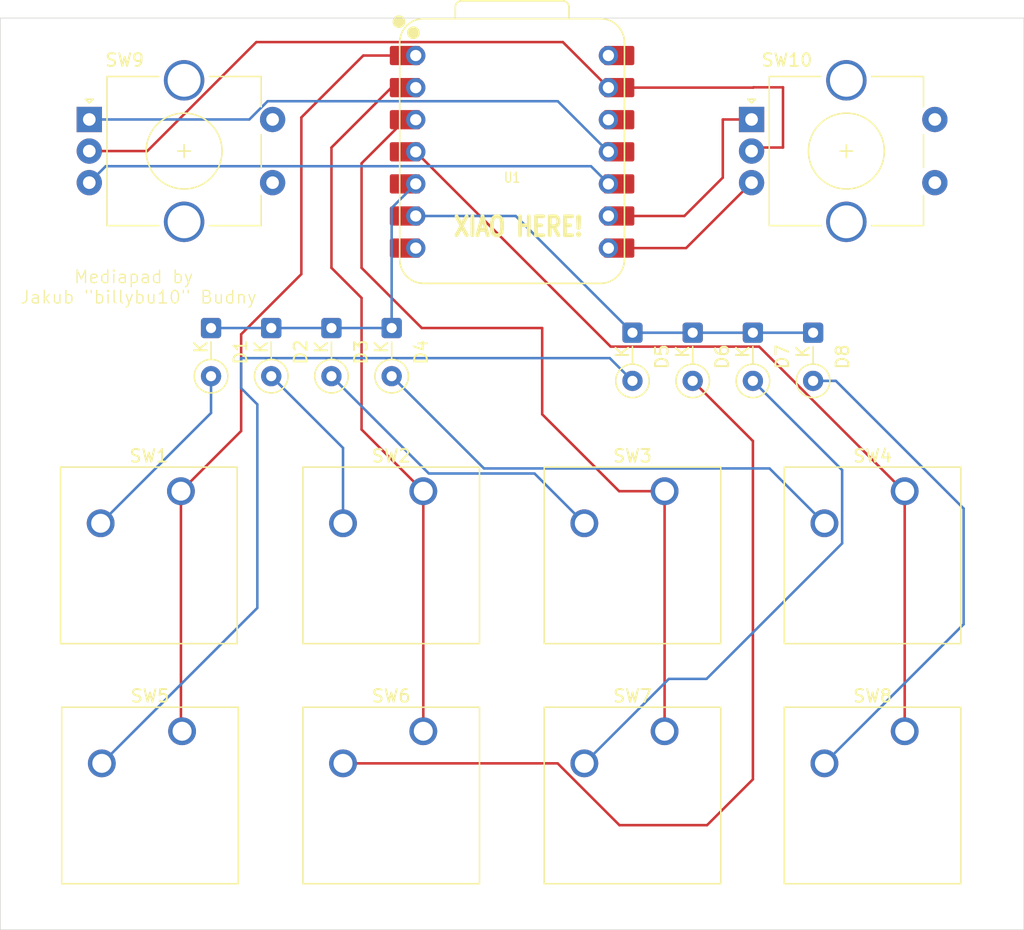
<source format=kicad_pcb>
(kicad_pcb (version 20241229) (generator "pcbnew") (generator_version "9.0")
  (layers (0 "F.Cu" signal) (2 "B.Cu" signal) (13 "F.Paste" user) (15 "B.Paste" user) (5 "F.SilkS" user "F.Silkscreen") (7 "B.SilkS" user "B.Silkscreen") (1 "F.Mask" user) (3 "B.Mask" user) (25 "Edge.Cuts" user))
  (net 0 "")
  (net 1 "Net-(D1-A)")
  (net 2 "ROW0")
  (net 3 "Net-(D2-A)")
  (net 4 "Net-(D3-A)")
  (net 5 "Net-(D4-A)")
  (net 6 "ROW1")
  (net 7 "Net-(D5-A)")
  (net 8 "Net-(D6-A)")
  (net 9 "Net-(D7-A)")
  (net 10 "Net-(D8-A)")
  (net 11 "COL0")
  (net 12 "COL1")
  (net 13 "COL2")
  (net 14 "COL3")
  (net 15 "EC11A0")
  (net 17 "GND")
  (net 19 "EC11B0")
  (net 22 "EC11B1")
  (net 23 "EC11A1")
  (net 24 "+5V")
  (footprint "Button_Switch_Keyboard:SW_Cherry_MX_1.00u_PCB" (layer "F.Cu") (at 131.1275 81.92)
    (property "Reference" "SW7" (at -2.54 -2.794 0) (layer "F.SilkS"))
    (property "Value" "~")
    (fp_line (start -9.525 -1.905) (end 4.445 -1.905) (stroke (width 0.12)) (layer "F.SilkS"))
    (fp_line (start -9.525 12.065) (end -9.525 -1.905) (stroke (width 0.12)) (layer "F.SilkS"))
    (fp_line (start 4.445 -1.905) (end 4.445 12.065) (stroke (width 0.12)) (layer "F.SilkS"))
    (fp_line (start 4.445 12.065) (end -9.525 12.065) (stroke (width 0.12)) (layer "F.SilkS"))
    (pad "" np_thru_hole circle (at -7.62 5.08) (size 1.7 1.7) (drill 1.7) (layers "*.Cu" "*.Mask"))
    (pad "" np_thru_hole circle (at -2.54 5.08) (size 4 4) (drill 4) (layers "*.Cu" "*.Mask"))
    (pad "" np_thru_hole circle (at 2.54 5.08) (size 1.7 1.7) (drill 1.7) (layers "*.Cu" "*.Mask"))
    (pad "1" thru_hole circle (at 0 0) (size 2.2 2.2) (drill 1.5) (layers "*.Cu" "*.Mask") (net 13 "COL2"))
    (pad "2" thru_hole circle (at -6.35 2.54) (size 2.2 2.2) (drill 1.5) (layers "*.Cu" "*.Mask") (net 9 "Net-(D7-A)"))
  )
  (footprint "OPL:XIAO-RP2040-DIP" (layer "F.Cu") (at 119.0625 36.0585)
    (property "Reference" "U1" (at 0 2.0415 0) (layer "F.SilkS") (effects (font (size 0.8 0.635) (thickness 0.1016))))
    (property "Value" "XIAO-RP2040-DIP")
    (fp_line (start -8.89 8.509) (end -8.89 -8.636) (stroke (width 0.127)) (layer "F.SilkS"))
    (fp_line (start -6.985 10.414) (end 6.985 10.414) (stroke (width 0.127)) (layer "F.SilkS"))
    (fp_line (start -4.495 -10.541) (end -4.491272 -11.451272) (stroke (width 0.127)) (layer "F.SilkS"))
    (fp_line (start -3.991272 -11.951) (end 4.004 -11.951) (stroke (width 0.127)) (layer "F.SilkS"))
    (fp_line (start 4.504 -11.451) (end 4.504 -10.541) (stroke (width 0.127)) (layer "F.SilkS"))
    (fp_line (start 6.985 -10.541) (end -6.985 -10.541) (stroke (width 0.1)) (layer "F.SilkS"))
    (fp_line (start 6.985 -10.541) (end -6.985 -10.541) (stroke (width 0.127)) (layer "F.SilkS"))
    (fp_line (start 8.89 8.509) (end 8.89 -8.636) (stroke (width 0.127)) (layer "F.SilkS"))
    (fp_arc (start -8.89 -8.636) (mid -8.332038 -9.983038) (end -6.985 -10.541) (stroke (width 0.127)) (layer "F.SilkS"))
    (fp_arc (start -6.985 10.414) (mid -8.332038 9.856038) (end -8.89 8.509) (stroke (width 0.127)) (layer "F.SilkS"))
    (fp_arc (start -4.491272 -11.451272) (mid -4.344728 -11.80464) (end -3.991272 -11.951) (stroke (width 0.127)) (layer "F.SilkS"))
    (fp_arc (start 4.004 -11.951) (mid 4.357553 -11.804553) (end 4.504 -11.451) (stroke (width 0.127)) (layer "F.SilkS"))
    (fp_arc (start 6.985 -10.541) (mid 8.332038 -9.983038) (end 8.89 -8.636) (stroke (width 0.127)) (layer "F.SilkS"))
    (fp_arc (start 8.89 8.509) (mid 8.332038 9.856038) (end 6.985 10.414) (stroke (width 0.127)) (layer "F.SilkS"))
    (fp_circle (center -8.95 -10.3) (end -8.95 -10.554) (stroke (width 0.5)) (fill yes) (layer "F.SilkS"))
    (fp_circle (center -7.807 -9.42) (end -7.807 -9.674) (stroke (width 0.5)) (fill yes) (layer "F.SilkS"))
    (pad "1" smd roundrect (at -8.455 -7.62 180) (size 2.432 1.524) (layers "F.Cu" "F.Mask") (roundrect_rratio 0.1) (net 11 "COL0"))
    (pad "1" thru_hole circle (at -7.62 -7.62 180) (size 1.524 1.524) (drill 0.889) (layers "*.Cu" "*.Mask") (net 11 "COL0"))
    (pad "2" smd roundrect (at -8.455 -5.08 180) (size 2.432 1.524) (layers "F.Cu" "F.Mask") (roundrect_rratio 0.1) (net 12 "COL1"))
    (pad "2" thru_hole circle (at -7.62 -5.08 180) (size 1.524 1.524) (drill 0.889) (layers "*.Cu" "*.Mask") (net 12 "COL1"))
    (pad "3" smd roundrect (at -8.455 -2.54 180) (size 2.432 1.524) (layers "F.Cu" "F.Mask") (roundrect_rratio 0.1) (net 13 "COL2"))
    (pad "3" thru_hole circle (at -7.62 -2.54 180) (size 1.524 1.524) (drill 0.889) (layers "*.Cu" "*.Mask") (net 13 "COL2"))
    (pad "4" smd roundrect (at -8.455 0 180) (size 2.432 1.524) (layers "F.Cu" "F.Mask") (roundrect_rratio 0.1) (net 14 "COL3"))
    (pad "4" thru_hole circle (at -7.62 0 180) (size 1.524 1.524) (drill 0.889) (layers "*.Cu" "*.Mask") (net 14 "COL3"))
    (pad "5" smd roundrect (at -8.455 2.54 180) (size 2.432 1.524) (layers "F.Cu" "F.Mask") (roundrect_rratio 0.1) (net 2 "ROW0"))
    (pad "5" thru_hole circle (at -7.62 2.54 180) (size 1.524 1.524) (drill 0.889) (layers "*.Cu" "*.Mask") (net 2 "ROW0"))
    (pad "6" smd roundrect (at -8.455 5.08 180) (size 2.432 1.524) (layers "F.Cu" "F.Mask") (roundrect_rratio 0.1) (net 6 "ROW1"))
    (pad "6" thru_hole circle (at -7.62 5.08 180) (size 1.524 1.524) (drill 0.889) (layers "*.Cu" "*.Mask") (net 6 "ROW1"))
    (pad "7" smd roundrect (at -8.455 7.62 180) (size 2.432 1.524) (layers "F.Cu" "F.Mask") (roundrect_rratio 0.1))
    (pad "7" thru_hole circle (at -7.62 7.62 180) (size 1.524 1.524) (drill 0.889) (layers "*.Cu" "*.Mask"))
    (pad "8" thru_hole circle (at 7.62 7.62) (size 1.524 1.524) (drill 0.889) (layers "*.Cu" "*.Mask") (net 22 "EC11B1"))
    (pad "8" smd roundrect (at 8.455 7.62) (size 2.432 1.524) (layers "F.Cu" "F.Mask") (roundrect_rratio 0.1) (net 22 "EC11B1"))
    (pad "9" thru_hole circle (at 7.62 5.08) (size 1.524 1.524) (drill 0.889) (layers "*.Cu" "*.Mask") (net 23 "EC11A1"))
    (pad "9" smd roundrect (at 8.455 5.08) (size 2.432 1.524) (layers "F.Cu" "F.Mask") (roundrect_rratio 0.1) (net 23 "EC11A1"))
    (pad "10" thru_hole circle (at 7.62 2.54) (size 1.524 1.524) (drill 0.889) (layers "*.Cu" "*.Mask") (net 19 "EC11B0"))
    (pad "10" smd roundrect (at 8.455 2.54) (size 2.432 1.524) (layers "F.Cu" "F.Mask") (roundrect_rratio 0.1) (net 19 "EC11B0"))
    (pad "11" thru_hole circle (at 7.62 0) (size 1.524 1.524) (drill 0.889) (layers "*.Cu" "*.Mask") (net 15 "EC11A0"))
    (pad "11" smd roundrect (at 8.455 0) (size 2.432 1.524) (layers "F.Cu" "F.Mask") (roundrect_rratio 0.1) (net 15 "EC11A0"))
    (pad "12" thru_hole circle (at 7.62 -2.54) (size 1.524 1.524) (drill 0.889) (layers "*.Cu" "*.Mask"))
    (pad "12" smd roundrect (at 8.455 -2.54) (size 2.432 1.524) (layers "F.Cu" "F.Mask") (roundrect_rratio 0.1))
    (pad "13" thru_hole circle (at 7.62 -5.08) (size 1.524 1.524) (drill 0.889) (layers "*.Cu" "*.Mask") (net 17 "GND"))
    (pad "13" smd roundrect (at 8.455 -5.08) (size 2.432 1.524) (layers "F.Cu" "F.Mask") (roundrect_rratio 0.1) (net 17 "GND"))
    (pad "14" thru_hole circle (at 7.62 -7.62) (size 1.524 1.524) (drill 0.889) (layers "*.Cu" "*.Mask") (net 24 "+5V"))
    (pad "14" smd roundrect (at 8.455 -7.62) (size 2.432 1.524) (layers "F.Cu" "F.Mask") (roundrect_rratio 0.1) (net 24 "+5V"))
  )
  (footprint "Button_Switch_Keyboard:SW_Cherry_MX_1.00u_PCB" (layer "F.Cu") (at 150.12 62.92)
    (property "Reference" "SW4" (at -2.54 -2.794 0) (layer "F.SilkS"))
    (property "Value" "~")
    (fp_line (start -9.525 -1.905) (end 4.445 -1.905) (stroke (width 0.12)) (layer "F.SilkS"))
    (fp_line (start -9.525 12.065) (end -9.525 -1.905) (stroke (width 0.12)) (layer "F.SilkS"))
    (fp_line (start 4.445 -1.905) (end 4.445 12.065) (stroke (width 0.12)) (layer "F.SilkS"))
    (fp_line (start 4.445 12.065) (end -9.525 12.065) (stroke (width 0.12)) (layer "F.SilkS"))
    (pad "" np_thru_hole circle (at -7.62 5.08) (size 1.7 1.7) (drill 1.7) (layers "*.Cu" "*.Mask"))
    (pad "" np_thru_hole circle (at -2.54 5.08) (size 4 4) (drill 4) (layers "*.Cu" "*.Mask"))
    (pad "" np_thru_hole circle (at 2.54 5.08) (size 1.7 1.7) (drill 1.7) (layers "*.Cu" "*.Mask"))
    (pad "1" thru_hole circle (at 0 0) (size 2.2 2.2) (drill 1.5) (layers "*.Cu" "*.Mask") (net 14 "COL3"))
    (pad "2" thru_hole circle (at -6.35 2.54) (size 2.2 2.2) (drill 1.5) (layers "*.Cu" "*.Mask") (net 5 "Net-(D4-A)"))
  )
  (footprint "Diode_THT:D_DO-35_SOD27_P3.81mm_Vertical_KathodeUp" (layer "F.Cu") (at 142.875 50.3775 -90)
    (property "Reference" "D8" (at 1.905 -2.326371 90) (layer "F.SilkS"))
    (property "Value" "D")
    (fp_line (start 2.483629 0) (end 1.1 0) (stroke (width 0.12)) (layer "F.SilkS"))
    (fp_circle (center 3.81 0) (end 5.136371 0) (stroke (width 0.12)) (fill no) (layer "F.SilkS"))
    (fp_text user "K" (at 1.5 0.8 90) (layer "F.SilkS"))
    (pad "1" thru_hole roundrect (at 0 0 270) (size 1.6 1.6) (drill 0.8) (layers "*.Cu" "*.Mask") (roundrect_rratio 0.15625) (net 6 "ROW1"))
    (pad "2" thru_hole circle (at 3.81 0 270) (size 1.6 1.6) (drill 0.8) (layers "*.Cu" "*.Mask") (net 10 "Net-(D8-A)"))
  )
  (footprint "Button_Switch_Keyboard:SW_Cherry_MX_1.00u_PCB" (layer "F.Cu") (at 92.96 81.92)
    (property "Reference" "SW5" (at -2.54 -2.794 0) (layer "F.SilkS"))
    (property "Value" "~")
    (fp_line (start -9.525 -1.905) (end 4.445 -1.905) (stroke (width 0.12)) (layer "F.SilkS"))
    (fp_line (start -9.525 12.065) (end -9.525 -1.905) (stroke (width 0.12)) (layer "F.SilkS"))
    (fp_line (start 4.445 -1.905) (end 4.445 12.065) (stroke (width 0.12)) (layer "F.SilkS"))
    (fp_line (start 4.445 12.065) (end -9.525 12.065) (stroke (width 0.12)) (layer "F.SilkS"))
    (pad "" np_thru_hole circle (at -7.62 5.08) (size 1.7 1.7) (drill 1.7) (layers "*.Cu" "*.Mask"))
    (pad "" np_thru_hole circle (at -2.54 5.08) (size 4 4) (drill 4) (layers "*.Cu" "*.Mask"))
    (pad "" np_thru_hole circle (at 2.54 5.08) (size 1.7 1.7) (drill 1.7) (layers "*.Cu" "*.Mask"))
    (pad "1" thru_hole circle (at 0 0) (size 2.2 2.2) (drill 1.5) (layers "*.Cu" "*.Mask") (net 11 "COL0"))
    (pad "2" thru_hole circle (at -6.35 2.54) (size 2.2 2.2) (drill 1.5) (layers "*.Cu" "*.Mask") (net 7 "Net-(D5-A)"))
  )
  (footprint "Rotary_Encoder:RotaryEncoder_Alps_EC11E-Switch_Vertical_H20mm_CircularMountingHoles" (layer "F.Cu") (at 138.00625 33.5)
    (property "Reference" "SW10" (at 2.8 -4.7 0) (layer "F.SilkS"))
    (property "Value" "RotaryEncoder_Switch")
    (fp_line (start -0.3 -1.6) (end 0.3 -1.6) (stroke (width 0.12)) (layer "F.SilkS"))
    (fp_line (start 0 -1.3) (end -0.3 -1.6) (stroke (width 0.12)) (layer "F.SilkS"))
    (fp_line (start 0.3 -1.6) (end 0 -1.3) (stroke (width 0.12)) (layer "F.SilkS"))
    (fp_line (start 1.4 -3.4) (end 1.4 8.4) (stroke (width 0.12)) (layer "F.SilkS"))
    (fp_line (start 5.5 -3.4) (end 1.4 -3.4) (stroke (width 0.12)) (layer "F.SilkS"))
    (fp_line (start 5.5 8.4) (end 1.4 8.4) (stroke (width 0.12)) (layer "F.SilkS"))
    (fp_line (start 7 2.5) (end 8 2.5) (stroke (width 0.12)) (layer "F.SilkS"))
    (fp_line (start 7.5 2) (end 7.5 3) (stroke (width 0.12)) (layer "F.SilkS"))
    (fp_line (start 9.5 -3.4) (end 13.6 -3.4) (stroke (width 0.12)) (layer "F.SilkS"))
    (fp_line (start 13.6 -3.4) (end 13.6 -1) (stroke (width 0.12)) (layer "F.SilkS"))
    (fp_line (start 13.6 1.2) (end 13.6 3.8) (stroke (width 0.12)) (layer "F.SilkS"))
    (fp_line (start 13.6 6) (end 13.6 8.4) (stroke (width 0.12)) (layer "F.SilkS"))
    (fp_line (start 13.6 8.4) (end 9.5 8.4) (stroke (width 0.12)) (layer "F.SilkS"))
    (fp_circle (center 7.5 2.5) (end 10.5 2.5) (stroke (width 0.12)) (fill no) (layer "F.SilkS"))
    (pad "A" thru_hole rect (at 0 0) (size 2 2) (drill 1) (layers "*.Cu" "*.Mask") (net 23 "EC11A1"))
    (pad "B" thru_hole circle (at 0 5) (size 2 2) (drill 1) (layers "*.Cu" "*.Mask") (net 22 "EC11B1"))
    (pad "C" thru_hole circle (at 0 2.5) (size 2 2) (drill 1) (layers "*.Cu" "*.Mask") (net 17 "GND"))
    (pad "MP" thru_hole circle (at 7.5 -3.1) (size 3.2 3.2) (drill 2.6) (layers "*.Cu" "*.Mask"))
    (pad "MP" thru_hole circle (at 7.5 8.1) (size 3.2 3.2) (drill 2.6) (layers "*.Cu" "*.Mask"))
    (pad "S1" thru_hole circle (at 14.5 5) (size 2 2) (drill 1) (layers "*.Cu" "*.Mask"))
    (pad "S2" thru_hole circle (at 14.5 0) (size 2 2) (drill 1) (layers "*.Cu" "*.Mask"))
  )
  (footprint "Diode_THT:D_DO-35_SOD27_P3.81mm_Vertical_KathodeUp" (layer "F.Cu") (at 100.0125 50.00625 -90)
    (property "Reference" "D2" (at 1.905 -2.326371 90) (layer "F.SilkS"))
    (property "Value" "D")
    (fp_line (start 2.483629 0) (end 1.1 0) (stroke (width 0.12)) (layer "F.SilkS"))
    (fp_circle (center 3.81 0) (end 5.136371 0) (stroke (width 0.12)) (fill no) (layer "F.SilkS"))
    (fp_text user "K" (at 1.5 0.8 90) (layer "F.SilkS"))
    (pad "1" thru_hole roundrect (at 0 0 270) (size 1.6 1.6) (drill 0.8) (layers "*.Cu" "*.Mask") (roundrect_rratio 0.15625) (net 2 "ROW0"))
    (pad "2" thru_hole circle (at 3.81 0 270) (size 1.6 1.6) (drill 0.8) (layers "*.Cu" "*.Mask") (net 3 "Net-(D2-A)"))
  )
  (footprint "Button_Switch_Keyboard:SW_Cherry_MX_1.00u_PCB" (layer "F.Cu") (at 150.12 81.92)
    (property "Reference" "SW8" (at -2.54 -2.794 0) (layer "F.SilkS"))
    (property "Value" "~")
    (fp_line (start -9.525 -1.905) (end 4.445 -1.905) (stroke (width 0.12)) (layer "F.SilkS"))
    (fp_line (start -9.525 12.065) (end -9.525 -1.905) (stroke (width 0.12)) (layer "F.SilkS"))
    (fp_line (start 4.445 -1.905) (end 4.445 12.065) (stroke (width 0.12)) (layer "F.SilkS"))
    (fp_line (start 4.445 12.065) (end -9.525 12.065) (stroke (width 0.12)) (layer "F.SilkS"))
    (pad "" np_thru_hole circle (at -7.62 5.08) (size 1.7 1.7) (drill 1.7) (layers "*.Cu" "*.Mask"))
    (pad "" np_thru_hole circle (at -2.54 5.08) (size 4 4) (drill 4) (layers "*.Cu" "*.Mask"))
    (pad "" np_thru_hole circle (at 2.54 5.08) (size 1.7 1.7) (drill 1.7) (layers "*.Cu" "*.Mask"))
    (pad "1" thru_hole circle (at 0 0) (size 2.2 2.2) (drill 1.5) (layers "*.Cu" "*.Mask") (net 14 "COL3"))
    (pad "2" thru_hole circle (at -6.35 2.54) (size 2.2 2.2) (drill 1.5) (layers "*.Cu" "*.Mask") (net 10 "Net-(D8-A)"))
  )
  (footprint "Button_Switch_Keyboard:SW_Cherry_MX_1.00u_PCB" (layer "F.Cu") (at 112.04 81.92)
    (property "Reference" "SW6" (at -2.54 -2.794 0) (layer "F.SilkS"))
    (property "Value" "~")
    (fp_line (start -9.525 -1.905) (end 4.445 -1.905) (stroke (width 0.12)) (layer "F.SilkS"))
    (fp_line (start -9.525 12.065) (end -9.525 -1.905) (stroke (width 0.12)) (layer "F.SilkS"))
    (fp_line (start 4.445 -1.905) (end 4.445 12.065) (stroke (width 0.12)) (layer "F.SilkS"))
    (fp_line (start 4.445 12.065) (end -9.525 12.065) (stroke (width 0.12)) (layer "F.SilkS"))
    (pad "" np_thru_hole circle (at -7.62 5.08) (size 1.7 1.7) (drill 1.7) (layers "*.Cu" "*.Mask"))
    (pad "" np_thru_hole circle (at -2.54 5.08) (size 4 4) (drill 4) (layers "*.Cu" "*.Mask"))
    (pad "" np_thru_hole circle (at 2.54 5.08) (size 1.7 1.7) (drill 1.7) (layers "*.Cu" "*.Mask"))
    (pad "1" thru_hole circle (at 0 0) (size 2.2 2.2) (drill 1.5) (layers "*.Cu" "*.Mask") (net 12 "COL1"))
    (pad "2" thru_hole circle (at -6.35 2.54) (size 2.2 2.2) (drill 1.5) (layers "*.Cu" "*.Mask") (net 8 "Net-(D6-A)"))
  )
  (footprint "Button_Switch_Keyboard:SW_Cherry_MX_1.00u_PCB" (layer "F.Cu") (at 112.04 62.92)
    (property "Reference" "SW2" (at -2.54 -2.794 0) (layer "F.SilkS"))
    (property "Value" "~")
    (fp_line (start -9.525 -1.905) (end 4.445 -1.905) (stroke (width 0.12)) (layer "F.SilkS"))
    (fp_line (start -9.525 12.065) (end -9.525 -1.905) (stroke (width 0.12)) (layer "F.SilkS"))
    (fp_line (start 4.445 -1.905) (end 4.445 12.065) (stroke (width 0.12)) (layer "F.SilkS"))
    (fp_line (start 4.445 12.065) (end -9.525 12.065) (stroke (width 0.12)) (layer "F.SilkS"))
    (pad "" np_thru_hole circle (at -7.62 5.08) (size 1.7 1.7) (drill 1.7) (layers "*.Cu" "*.Mask"))
    (pad "" np_thru_hole circle (at -2.54 5.08) (size 4 4) (drill 4) (layers "*.Cu" "*.Mask"))
    (pad "" np_thru_hole circle (at 2.54 5.08) (size 1.7 1.7) (drill 1.7) (layers "*.Cu" "*.Mask"))
    (pad "1" thru_hole circle (at 0 0) (size 2.2 2.2) (drill 1.5) (layers "*.Cu" "*.Mask") (net 12 "COL1"))
    (pad "2" thru_hole circle (at -6.35 2.54) (size 2.2 2.2) (drill 1.5) (layers "*.Cu" "*.Mask") (net 3 "Net-(D2-A)"))
  )
  (footprint "Diode_THT:D_DO-35_SOD27_P3.81mm_Vertical_KathodeUp" (layer "F.Cu") (at 109.5375 50.00625 -90)
    (property "Reference" "D4" (at 1.905 -2.326371 90) (layer "F.SilkS"))
    (property "Value" "D")
    (fp_line (start 2.483629 0) (end 1.1 0) (stroke (width 0.12)) (layer "F.SilkS"))
    (fp_circle (center 3.81 0) (end 5.136371 0) (stroke (width 0.12)) (fill no) (layer "F.SilkS"))
    (fp_text user "K" (at 1.5 0.8 90) (layer "F.SilkS"))
    (pad "1" thru_hole roundrect (at 0 0 270) (size 1.6 1.6) (drill 0.8) (layers "*.Cu" "*.Mask") (roundrect_rratio 0.15625) (net 2 "ROW0"))
    (pad "2" thru_hole circle (at 3.81 0 270) (size 1.6 1.6) (drill 0.8) (layers "*.Cu" "*.Mask") (net 5 "Net-(D4-A)"))
  )
  (footprint "Button_Switch_Keyboard:SW_Cherry_MX_1.00u_PCB" (layer "F.Cu") (at 92.86875 62.92)
    (property "Reference" "SW1" (at -2.54 -2.794 0) (layer "F.SilkS"))
    (property "Value" "~")
    (fp_line (start -9.525 -1.905) (end 4.445 -1.905) (stroke (width 0.12)) (layer "F.SilkS"))
    (fp_line (start -9.525 12.065) (end -9.525 -1.905) (stroke (width 0.12)) (layer "F.SilkS"))
    (fp_line (start 4.445 -1.905) (end 4.445 12.065) (stroke (width 0.12)) (layer "F.SilkS"))
    (fp_line (start 4.445 12.065) (end -9.525 12.065) (stroke (width 0.12)) (layer "F.SilkS"))
    (pad "" np_thru_hole circle (at -7.62 5.08) (size 1.7 1.7) (drill 1.7) (layers "*.Cu" "*.Mask"))
    (pad "" np_thru_hole circle (at -2.54 5.08) (size 4 4) (drill 4) (layers "*.Cu" "*.Mask"))
    (pad "" np_thru_hole circle (at 2.54 5.08) (size 1.7 1.7) (drill 1.7) (layers "*.Cu" "*.Mask"))
    (pad "1" thru_hole circle (at 0 0) (size 2.2 2.2) (drill 1.5) (layers "*.Cu" "*.Mask") (net 11 "COL0"))
    (pad "2" thru_hole circle (at -6.35 2.54) (size 2.2 2.2) (drill 1.5) (layers "*.Cu" "*.Mask") (net 1 "Net-(D1-A)"))
  )
  (footprint "Button_Switch_Keyboard:SW_Cherry_MX_1.00u_PCB" (layer "F.Cu") (at 131.1275 62.92)
    (property "Reference" "SW3" (at -2.54 -2.794 0) (layer "F.SilkS"))
    (property "Value" "~")
    (fp_line (start -9.525 -1.905) (end 4.445 -1.905) (stroke (width 0.12)) (layer "F.SilkS"))
    (fp_line (start -9.525 12.065) (end -9.525 -1.905) (stroke (width 0.12)) (layer "F.SilkS"))
    (fp_line (start 4.445 -1.905) (end 4.445 12.065) (stroke (width 0.12)) (layer "F.SilkS"))
    (fp_line (start 4.445 12.065) (end -9.525 12.065) (stroke (width 0.12)) (layer "F.SilkS"))
    (pad "" np_thru_hole circle (at -7.62 5.08) (size 1.7 1.7) (drill 1.7) (layers "*.Cu" "*.Mask"))
    (pad "" np_thru_hole circle (at -2.54 5.08) (size 4 4) (drill 4) (layers "*.Cu" "*.Mask"))
    (pad "" np_thru_hole circle (at 2.54 5.08) (size 1.7 1.7) (drill 1.7) (layers "*.Cu" "*.Mask"))
    (pad "1" thru_hole circle (at 0 0) (size 2.2 2.2) (drill 1.5) (layers "*.Cu" "*.Mask") (net 13 "COL2"))
    (pad "2" thru_hole circle (at -6.35 2.54) (size 2.2 2.2) (drill 1.5) (layers "*.Cu" "*.Mask") (net 4 "Net-(D3-A)"))
  )
  (footprint "Diode_THT:D_DO-35_SOD27_P3.81mm_Vertical_KathodeUp" (layer "F.Cu") (at 133.35 50.3775 -90)
    (property "Reference" "D6" (at 1.905 -2.326371 90) (layer "F.SilkS"))
    (property "Value" "D")
    (fp_line (start 2.483629 0) (end 1.1 0) (stroke (width 0.12)) (layer "F.SilkS"))
    (fp_circle (center 3.81 0) (end 5.136371 0) (stroke (width 0.12)) (fill no) (layer "F.SilkS"))
    (fp_text user "K" (at 1.5 0.8 90) (layer "F.SilkS"))
    (pad "1" thru_hole roundrect (at 0 0 270) (size 1.6 1.6) (drill 0.8) (layers "*.Cu" "*.Mask") (roundrect_rratio 0.15625) (net 6 "ROW1"))
    (pad "2" thru_hole circle (at 3.81 0 270) (size 1.6 1.6) (drill 0.8) (layers "*.Cu" "*.Mask") (net 8 "Net-(D6-A)"))
  )
  (footprint "Diode_THT:D_DO-35_SOD27_P3.81mm_Vertical_KathodeUp" (layer "F.Cu") (at 104.775 50.00625 -90)
    (property "Reference" "D3" (at 1.905 -2.326371 90) (layer "F.SilkS"))
    (property "Value" "D")
    (fp_line (start 2.483629 0) (end 1.1 0) (stroke (width 0.12)) (layer "F.SilkS"))
    (fp_circle (center 3.81 0) (end 5.136371 0) (stroke (width 0.12)) (fill no) (layer "F.SilkS"))
    (fp_text user "K" (at 1.5 0.8 90) (layer "F.SilkS"))
    (pad "1" thru_hole roundrect (at 0 0 270) (size 1.6 1.6) (drill 0.8) (layers "*.Cu" "*.Mask") (roundrect_rratio 0.15625) (net 2 "ROW0"))
    (pad "2" thru_hole circle (at 3.81 0 270) (size 1.6 1.6) (drill 0.8) (layers "*.Cu" "*.Mask") (net 4 "Net-(D3-A)"))
  )
  (footprint "Rotary_Encoder:RotaryEncoder_Alps_EC11E-Switch_Vertical_H20mm_CircularMountingHoles" (layer "F.Cu") (at 85.61875 33.5)
    (property "Reference" "SW9" (at 2.8 -4.7 0) (layer "F.SilkS"))
    (property "Value" "RotaryEncoder_Switch")
    (fp_line (start -0.3 -1.6) (end 0.3 -1.6) (stroke (width 0.12)) (layer "F.SilkS"))
    (fp_line (start 0 -1.3) (end -0.3 -1.6) (stroke (width 0.12)) (layer "F.SilkS"))
    (fp_line (start 0.3 -1.6) (end 0 -1.3) (stroke (width 0.12)) (layer "F.SilkS"))
    (fp_line (start 1.4 -3.4) (end 1.4 8.4) (stroke (width 0.12)) (layer "F.SilkS"))
    (fp_line (start 5.5 -3.4) (end 1.4 -3.4) (stroke (width 0.12)) (layer "F.SilkS"))
    (fp_line (start 5.5 8.4) (end 1.4 8.4) (stroke (width 0.12)) (layer "F.SilkS"))
    (fp_line (start 7 2.5) (end 8 2.5) (stroke (width 0.12)) (layer "F.SilkS"))
    (fp_line (start 7.5 2) (end 7.5 3) (stroke (width 0.12)) (layer "F.SilkS"))
    (fp_line (start 9.5 -3.4) (end 13.6 -3.4) (stroke (width 0.12)) (layer "F.SilkS"))
    (fp_line (start 13.6 -3.4) (end 13.6 -1) (stroke (width 0.12)) (layer "F.SilkS"))
    (fp_line (start 13.6 1.2) (end 13.6 3.8) (stroke (width 0.12)) (layer "F.SilkS"))
    (fp_line (start 13.6 6) (end 13.6 8.4) (stroke (width 0.12)) (layer "F.SilkS"))
    (fp_line (start 13.6 8.4) (end 9.5 8.4) (stroke (width 0.12)) (layer "F.SilkS"))
    (fp_circle (center 7.5 2.5) (end 10.5 2.5) (stroke (width 0.12)) (fill no) (layer "F.SilkS"))
    (pad "A" thru_hole rect (at 0 0) (size 2 2) (drill 1) (layers "*.Cu" "*.Mask") (net 15 "EC11A0"))
    (pad "B" thru_hole circle (at 0 5) (size 2 2) (drill 1) (layers "*.Cu" "*.Mask") (net 19 "EC11B0"))
    (pad "C" thru_hole circle (at 0 2.5) (size 2 2) (drill 1) (layers "*.Cu" "*.Mask") (net 17 "GND"))
    (pad "MP" thru_hole circle (at 7.5 -3.1) (size 3.2 3.2) (drill 2.6) (layers "*.Cu" "*.Mask"))
    (pad "MP" thru_hole circle (at 7.5 8.1) (size 3.2 3.2) (drill 2.6) (layers "*.Cu" "*.Mask"))
    (pad "S1" thru_hole circle (at 14.5 5) (size 2 2) (drill 1) (layers "*.Cu" "*.Mask"))
    (pad "S2" thru_hole circle (at 14.5 0) (size 2 2) (drill 1) (layers "*.Cu" "*.Mask"))
  )
  (footprint "Diode_THT:D_DO-35_SOD27_P3.81mm_Vertical_KathodeUp" (layer "F.Cu") (at 138.1125 50.3775 -90)
    (property "Reference" "D7" (at 1.905 -2.326371 90) (layer "F.SilkS"))
    (property "Value" "D")
    (fp_line (start 2.483629 0) (end 1.1 0) (stroke (width 0.12)) (layer "F.SilkS"))
    (fp_circle (center 3.81 0) (end 5.136371 0) (stroke (width 0.12)) (fill no) (layer "F.SilkS"))
    (fp_text user "K" (at 1.5 0.8 90) (layer "F.SilkS"))
    (pad "1" thru_hole roundrect (at 0 0 270) (size 1.6 1.6) (drill 0.8) (layers "*.Cu" "*.Mask") (roundrect_rratio 0.15625) (net 6 "ROW1"))
    (pad "2" thru_hole circle (at 3.81 0 270) (size 1.6 1.6) (drill 0.8) (layers "*.Cu" "*.Mask") (net 9 "Net-(D7-A)"))
  )
  (footprint "Diode_THT:D_DO-35_SOD27_P3.81mm_Vertical_KathodeUp" (layer "F.Cu") (at 128.5875 50.3775 -90)
    (property "Reference" "D5" (at 1.905 -2.326371 90) (layer "F.SilkS"))
    (property "Value" "D")
    (fp_line (start 2.483629 0) (end 1.1 0) (stroke (width 0.12)) (layer "F.SilkS"))
    (fp_circle (center 3.81 0) (end 5.136371 0) (stroke (width 0.12)) (fill no) (layer "F.SilkS"))
    (fp_text user "K" (at 1.5 0.8 90) (layer "F.SilkS"))
    (pad "1" thru_hole roundrect (at 0 0 270) (size 1.6 1.6) (drill 0.8) (layers "*.Cu" "*.Mask") (roundrect_rratio 0.15625) (net 6 "ROW1"))
    (pad "2" thru_hole circle (at 3.81 0 270) (size 1.6 1.6) (drill 0.8) (layers "*.Cu" "*.Mask") (net 7 "Net-(D5-A)"))
  )
  (footprint "Diode_THT:D_DO-35_SOD27_P3.81mm_Vertical_KathodeUp" (layer "F.Cu") (at 95.25 50.00625 -90)
    (property "Reference" "D1" (at 1.905 -2.326371 90) (layer "F.SilkS"))
    (property "Value" "D")
    (fp_line (start 2.483629 0) (end 1.1 0) (stroke (width 0.12)) (layer "F.SilkS"))
    (fp_circle (center 3.81 0) (end 5.136371 0) (stroke (width 0.12)) (fill no) (layer "F.SilkS"))
    (fp_text user "K" (at 1.5 0.8 90) (layer "F.SilkS"))
    (pad "1" thru_hole roundrect (at 0 0 270) (size 1.6 1.6) (drill 0.8) (layers "*.Cu" "*.Mask") (roundrect_rratio 0.15625) (net 2 "ROW0"))
    (pad "2" thru_hole circle (at 3.81 0 270) (size 1.6 1.6) (drill 0.8) (layers "*.Cu" "*.Mask") (net 1 "Net-(D1-A)"))
  )
  (gr_rect (start 78.58125 25.47375) (end 159.54375 97.63125) (stroke (width 0.05)) (fill no) (layer "Edge.Cuts"))
  (gr_text "Mediapad by \nJakub {dblquote}billybu10{dblquote} Budny" (at 89.51 48.15 0) (layer "F.SilkS") (effects (font (size 1 1) (thickness 0.1)) (justify bottom)))
  (gr_text "XIAO HERE!" (at 114.3 42.8625 0) (layer "F.SilkS") (effects (font (size 1.5 1.2) (thickness 0.3) (bold yes)) (justify left bottom)))
  (segment (start 95.25 56.72875) (end 95.25 53.81625) (width 0.2) (layer "B.Cu") (net 1))
  (segment (start 86.51875 65.46) (end 95.25 56.72875) (width 0.2) (layer "B.Cu") (net 1))
  (segment (start 109.5375 40.5035) (end 111.4425 38.5985) (width 0.2) (layer "B.Cu") (net 2))
  (segment (start 104.775 50.00625) (end 100.0125 50.00625) (width 0.2) (layer "B.Cu") (net 2))
  (segment (start 109.5375 50.00625) (end 109.5375 40.5035) (width 0.2) (layer "B.Cu") (net 2))
  (segment (start 104.775 50.00625) (end 109.5375 50.00625) (width 0.2) (layer "B.Cu") (net 2))
  (segment (start 95.25 50.00625) (end 100.0125 50.00625) (width 0.2) (layer "B.Cu") (net 2))
  (segment (start 105.69 59.49375) (end 100.0125 53.81625) (width 0.2) (layer "B.Cu") (net 3))
  (segment (start 105.69 65.46) (end 105.69 59.49375) (width 0.2) (layer "B.Cu") (net 3))
  (segment (start 112.47775 61.519) (end 104.775 53.81625) (width 0.2) (layer "B.Cu") (net 4))
  (segment (start 124.7775 65.46) (end 120.8365 61.519) (width 0.2) (layer "B.Cu") (net 4))
  (segment (start 120.8365 61.519) (end 112.47775 61.519) (width 0.2) (layer "B.Cu") (net 4))
  (segment (start 139.428 61.118) (end 116.83925 61.118) (width 0.2) (layer "B.Cu") (net 5))
  (segment (start 143.77 65.46) (end 139.428 61.118) (width 0.2) (layer "B.Cu") (net 5))
  (segment (start 116.83925 61.118) (end 109.5375 53.81625) (width 0.2) (layer "B.Cu") (net 5))
  (segment (start 119.3485 41.1385) (end 128.5875 50.3775) (width 0.2) (layer "B.Cu") (net 6))
  (segment (start 111.4425 41.1385) (end 119.3485 41.1385) (width 0.2) (layer "B.Cu") (net 6))
  (segment (start 128.5875 50.3775) (end 133.35 50.3775) (width 0.2) (layer "B.Cu") (net 6))
  (segment (start 138.1125 50.3775) (end 142.875 50.3775) (width 0.2) (layer "B.Cu") (net 6))
  (segment (start 133.35 50.3775) (end 138.1125 50.3775) (width 0.2) (layer "B.Cu") (net 6))
  (segment (start 98.9115 56.049) (end 97.63125 54.76875) (width 0.2) (layer "B.Cu") (net 7))
  (segment (start 97.63125 52.3875) (end 126.7875 52.3875) (width 0.2) (layer "B.Cu") (net 7))
  (segment (start 86.61 84.46) (end 98.9115 72.1585) (width 0.2) (layer "B.Cu") (net 7))
  (segment (start 97.63125 54.76875) (end 97.63125 52.3875) (width 0.2) (layer "B.Cu") (net 7))
  (segment (start 98.9115 72.1585) (end 98.9115 56.049) (width 0.2) (layer "B.Cu") (net 7))
  (segment (start 126.7875 52.3875) (end 128.5875 54.1875) (width 0.2) (layer "B.Cu") (net 7))
  (segment (start 105.69 84.46) (end 122.66597 84.46) (width 0.2) (layer "F.Cu") (net 8))
  (segment (start 138.1125 85.725) (end 138.1125 58.95) (width 0.2) (layer "F.Cu") (net 8))
  (segment (start 138.1125 58.95) (end 133.35 54.1875) (width 0.2) (layer "F.Cu") (net 8))
  (segment (start 127.55697 89.351) (end 134.4865 89.351) (width 0.2) (layer "F.Cu") (net 8))
  (segment (start 122.66597 84.46) (end 127.55697 89.351) (width 0.2) (layer "F.Cu") (net 8))
  (segment (start 134.4865 89.351) (end 138.1125 85.725) (width 0.2) (layer "F.Cu") (net 8))
  (segment (start 134.444816 77.774498) (end 145.171 67.048314) (width 0.2) (layer "B.Cu") (net 9))
  (segment (start 145.171 67.048314) (end 145.171 61.246) (width 0.2) (layer "B.Cu") (net 9))
  (segment (start 145.171 61.246) (end 138.1125 54.1875) (width 0.2) (layer "B.Cu") (net 9))
  (segment (start 131.463002 77.774498) (end 134.444816 77.774498) (width 0.2) (layer "B.Cu") (net 9))
  (segment (start 124.7775 84.46) (end 131.463002 77.774498) (width 0.2) (layer "B.Cu") (net 9))
  (segment (start 154.78125 64.29375) (end 144.675 54.1875) (width 0.2) (layer "B.Cu") (net 10))
  (segment (start 144.675 54.1875) (end 142.875 54.1875) (width 0.2) (layer "B.Cu") (net 10))
  (segment (start 154.78125 73.44875) (end 154.78125 64.29375) (width 0.2) (layer "B.Cu") (net 10))
  (segment (start 143.77 84.46) (end 154.78125 73.44875) (width 0.2) (layer "B.Cu") (net 10))
  (segment (start 97.63125 50.501341) (end 97.63125 58.1575) (width 0.2) (layer "F.Cu") (net 11))
  (segment (start 92.86875 81.82875) (end 92.96 81.92) (width 0.2) (layer "F.Cu") (net 11))
  (segment (start 92.86875 62.92) (end 92.86875 81.82875) (width 0.2) (layer "F.Cu") (net 11))
  (segment (start 111.4425 28.4385) (end 107.29275 28.4385) (width 0.2) (layer "F.Cu") (net 11))
  (segment (start 102.39375 33.3375) (end 102.39375 45.738841) (width 0.2) (layer "F.Cu") (net 11))
  (segment (start 102.39375 45.738841) (end 97.63125 50.501341) (width 0.2) (layer "F.Cu") (net 11))
  (segment (start 97.63125 58.1575) (end 92.86875 62.92) (width 0.2) (layer "F.Cu") (net 11))
  (segment (start 107.29275 28.4385) (end 102.39375 33.3375) (width 0.2) (layer "F.Cu") (net 11))
  (segment (start 112.04 62.92) (end 112.04 81.92) (width 0.2) (layer "F.Cu") (net 12))
  (segment (start 111.4425 30.9785) (end 109.51525 30.9785) (width 0.2) (layer "F.Cu") (net 12))
  (segment (start 104.775 45.24375) (end 107.15625 47.625) (width 0.2) (layer "F.Cu") (net 12))
  (segment (start 107.15625 47.625) (end 107.15625 58.03625) (width 0.2) (layer "F.Cu") (net 12))
  (segment (start 109.51525 30.9785) (end 104.775 35.71875) (width 0.2) (layer "F.Cu") (net 12))
  (segment (start 104.775 35.71875) (end 104.775 45.24375) (width 0.2) (layer "F.Cu") (net 12))
  (segment (start 107.15625 58.03625) (end 112.04 62.92) (width 0.2) (layer "F.Cu") (net 12))
  (segment (start 111.91875 50.00625) (end 121.44375 50.00625) (width 0.2) (layer "F.Cu") (net 13))
  (segment (start 131.1275 62.92) (end 131.1275 81.92) (width 0.2) (layer "F.Cu") (net 13))
  (segment (start 107.15625 36.96975) (end 107.15625 45.24375) (width 0.2) (layer "F.Cu") (net 13))
  (segment (start 121.44375 56.833376) (end 127.530374 62.92) (width 0.2) (layer "F.Cu") (net 13))
  (segment (start 110.6075 33.5185) (end 107.15625 36.96975) (width 0.2) (layer "F.Cu") (net 13))
  (segment (start 121.44375 50.00625) (end 121.44375 56.833376) (width 0.2) (layer "F.Cu") (net 13))
  (segment (start 107.15625 45.24375) (end 111.91875 50.00625) (width 0.2) (layer "F.Cu") (net 13))
  (segment (start 111.4425 33.5185) (end 110.36487 33.5185) (width 0.2) (layer "F.Cu") (net 13))
  (segment (start 127.530374 62.92) (end 131.1275 62.92) (width 0.2) (layer "F.Cu") (net 13))
  (segment (start 111.4425 36.0585) (end 126.8625 51.4785) (width 0.2) (layer "F.Cu") (net 14))
  (segment (start 150.12 62.92) (end 150.12 81.92) (width 0.2) (layer "F.Cu") (net 14))
  (segment (start 138.60895 51.4785) (end 150.05045 62.92) (width 0.2) (layer "F.Cu") (net 14))
  (segment (start 150.05045 62.92) (end 150.12 62.92) (width 0.2) (layer "F.Cu") (net 14))
  (segment (start 126.8625 51.4785) (end 138.60895 51.4785) (width 0.2) (layer "F.Cu") (net 14))
  (segment (start 122.6785 32.0545) (end 126.6825 36.0585) (width 0.2) (layer "B.Cu") (net 15))
  (segment (start 99.724358 32.0545) (end 122.6785 32.0545) (width 0.2) (layer "B.Cu") (net 15))
  (segment (start 98.278858 33.5) (end 99.724358 32.0545) (width 0.2) (layer "B.Cu") (net 15))
  (segment (start 85.61875 33.5) (end 98.278858 33.5) (width 0.2) (layer "B.Cu") (net 15))
  (segment (start 85.61875 36) (end 90.20625 36) (width 0.2) (layer "F.Cu") (net 17))
  (segment (start 138.2875 35.71875) (end 138.00625 36) (width 0.2) (layer "F.Cu") (net 17))
  (segment (start 90.20625 36) (end 98.83075 27.3755) (width 0.2) (layer "F.Cu") (net 17))
  (segment (start 140.49375 35.71875) (end 138.2875 35.71875) (width 0.2) (layer "F.Cu") (net 17))
  (segment (start 98.83075 27.3755) (end 123.0795 27.3755) (width 0.2) (layer "F.Cu") (net 17))
  (segment (start 140.49375 30.95625) (end 140.49375 35.71875) (width 0.2) (layer "F.Cu") (net 17))
  (segment (start 138.13475 30.9785) (end 126.6825 30.9785) (width 0.2) (layer "F.Cu") (net 17))
  (segment (start 138.13475 30.9785) (end 138.157 30.95625) (width 0.2) (layer "F.Cu") (net 17))
  (segment (start 123.0795 27.3755) (end 126.6825 30.9785) (width 0.2) (layer "F.Cu") (net 17))
  (segment (start 138.157 30.95625) (end 140.49375 30.95625) (width 0.2) (layer "F.Cu") (net 17))
  (segment (start 126.20625 38.12225) (end 126.20625 38.1) (width 0.2) (layer "B.Cu") (net 19))
  (segment (start 125.30525 37.199) (end 86.91975 37.199) (width 0.2) (layer "B.Cu") (net 19))
  (segment (start 86.91975 37.199) (end 85.61875 38.5) (width 0.2) (layer "B.Cu") (net 19))
  (segment (start 126.6825 38.5985) (end 126.20625 38.12225) (width 0.2) (layer "B.Cu") (net 19))
  (segment (start 126.20625 38.1) (end 125.30525 37.199) (width 0.2) (layer "B.Cu") (net 19))
  (segment (start 138.00625 38.5) (end 138.00625 38.20625) (width 0.2) (layer "F.Cu") (net 22))
  (segment (start 138.00625 38.20625) (end 138.1125 38.1) (width 0.2) (layer "F.Cu") (net 22))
  (segment (start 138.00625 38.5) (end 132.82775 43.6785) (width 0.2) (layer "F.Cu") (net 22))
  (segment (start 132.82775 43.6785) (end 126.6825 43.6785) (width 0.2) (layer "F.Cu") (net 22))
  (segment (start 132.69275 41.1385) (end 127.5175 41.1385) (width 0.2) (layer "F.Cu") (net 23))
  (segment (start 138.00625 33.5) (end 135.73125 33.5) (width 0.2) (layer "F.Cu") (net 23))
  (segment (start 135.73125 33.5) (end 135.73125 38.1) (width 0.2) (layer "F.Cu") (net 23))
  (segment (start 135.73125 38.1) (end 132.69275 41.1385) (width 0.2) (layer "F.Cu") (net 23))
)
</source>
